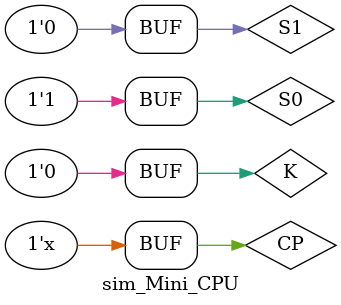
<source format=v>
`timescale 1ns / 1ps


module sim_Mini_CPU();
    /*ÊäÈë*/
    reg CP;
    reg S1;
    reg S0;
    reg K;
    /*Êä³ö*/
    wire RA3;
    wire RA2;
    wire RA1;
    wire RA0;
    wire RB3;
    wire RB2;
    wire RB1;
    wire RB0;
    wire RC3;
    wire RC2;
    wire RC1;
    wire RC0;
    wire RD3;
    wire RD2;
    wire RD1;
    wire RD0;
    
    initial begin
        CP = 0;
        S1 = 0;
        S0 = 0;
        K = 0;//µÍµçÆ½ÓÐÐ§£¬ÏÖÔÚÊÇÓÐÐ§
        /*
        Éè¼Ä´æÆ÷µÄ³õÊ¼×´Ì¬Îª£º
        A = 'b0101;
        B = 'b0011;
        C = 'b1100;
        D = 'b0110
        */
         //µÚÒ»¸öÖÜÆÚ³öÏÖÔÚ10ns´¦£¬Ê×ÏÈ×°ÔØ³õÊ¼Öµ
        /*²âÊÔÒ»£º¼Ó·¨¹¦ÄÜ*/
        {S1,S0} = #40 1;
        
        /*²âÊÔ¶þ£º¼õ·¨¹¦ÄÜ*/
        {S1,S0} = #20 2;
        
        /*²âÊÔÈý£º°´Î»Óë¹¦ÄÜ*/
        {S1,S0} = #20 3;
        
        /*²âÊÔËÄ£º°´Î»»ò¹¦ÄÜ*/
        {S1,S0} = #20 0;
        
        {S1,S0} = #20 1;
    end
    //Ê±ÖÓÖÜÆÚÎª20ns
    always #10 begin
        CP = ~CP;
    end
    Mini_CPU test_mini_cpu(CP,S1,S0,K,RA3,RA2,RA1,RA0,RB3,RB2,RB1,RB0,RC3,RC2,RC1,RC0,RD3,RD2,RD1,RD0);
endmodule

</source>
